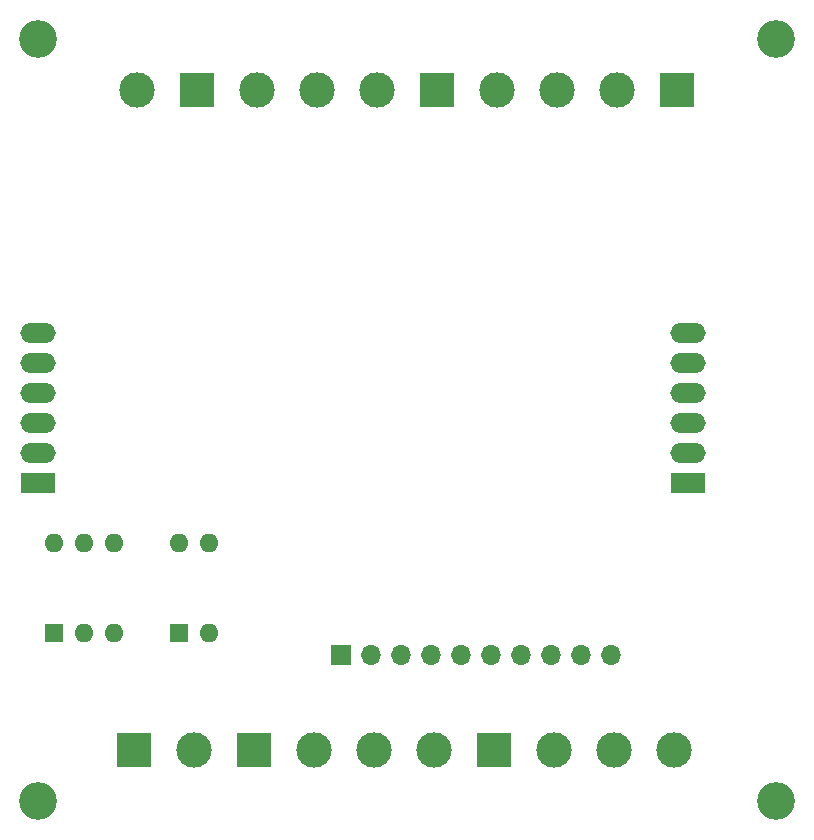
<source format=gbs>
G04 #@! TF.GenerationSoftware,KiCad,Pcbnew,5.99.0-unknown-9f841da98e~134~ubuntu20.04.1*
G04 #@! TF.CreationDate,2021-12-17T15:53:50+01:00*
G04 #@! TF.ProjectId,slave-8in-8out,736c6176-652d-4386-996e-2d386f75742e,rev?*
G04 #@! TF.SameCoordinates,PX3a22d00PY8062360*
G04 #@! TF.FileFunction,Soldermask,Bot*
G04 #@! TF.FilePolarity,Negative*
%FSLAX46Y46*%
G04 Gerber Fmt 4.6, Leading zero omitted, Abs format (unit mm)*
G04 Created by KiCad (PCBNEW 5.99.0-unknown-9f841da98e~134~ubuntu20.04.1) date 2021-12-17 15:53:50*
%MOMM*%
%LPD*%
G01*
G04 APERTURE LIST*
%ADD10R,3.000000X3.000000*%
%ADD11C,3.000000*%
%ADD12R,1.700000X1.700000*%
%ADD13O,1.700000X1.700000*%
%ADD14R,1.600000X1.600000*%
%ADD15O,1.600000X1.600000*%
%ADD16C,3.200000*%
%ADD17R,3.000000X1.700000*%
%ADD18O,3.000000X1.700000*%
G04 APERTURE END LIST*
D10*
X86614000Y-68072000D03*
D11*
X81534000Y-68072000D03*
D10*
X127254000Y-68072000D03*
D11*
X122174000Y-68072000D03*
X117094000Y-68072000D03*
X112014000Y-68072000D03*
D10*
X106934000Y-68072000D03*
D11*
X101854000Y-68072000D03*
X96774000Y-68072000D03*
X91694000Y-68072000D03*
D12*
X98806000Y-115875700D03*
D13*
X101346000Y-115875700D03*
X103886000Y-115875700D03*
X106426000Y-115875700D03*
X108966000Y-115875700D03*
X111506000Y-115875700D03*
X114046000Y-115875700D03*
X116586000Y-115875700D03*
X119126000Y-115875700D03*
X121666000Y-115875700D03*
D10*
X111760000Y-123952000D03*
D11*
X116840000Y-123952000D03*
X121920000Y-123952000D03*
X127000000Y-123952000D03*
D10*
X91440000Y-123952000D03*
D11*
X96520000Y-123952000D03*
X101600000Y-123952000D03*
X106680000Y-123952000D03*
D10*
X81280000Y-123952000D03*
D11*
X86360000Y-123952000D03*
D14*
X74442000Y-114046000D03*
D15*
X76982000Y-114046000D03*
X79522000Y-114046000D03*
X79522000Y-106426000D03*
X76982000Y-106426000D03*
X74442000Y-106426000D03*
D16*
X135636000Y-128270000D03*
D17*
X73152000Y-101321000D03*
D18*
X73152000Y-98781000D03*
X73152000Y-96241000D03*
X73152000Y-93701000D03*
X73152000Y-91161000D03*
X73152000Y-88621000D03*
D16*
X73152000Y-128270000D03*
X73152000Y-63754000D03*
X135636000Y-63754000D03*
D14*
X85090000Y-114046000D03*
D15*
X87630000Y-114046000D03*
X87630000Y-106426000D03*
X85090000Y-106426000D03*
D17*
X128196000Y-101321000D03*
D18*
X128196000Y-98781000D03*
X128196000Y-96241000D03*
X128196000Y-93701000D03*
X128196000Y-91161000D03*
X128196000Y-88621000D03*
M02*

</source>
